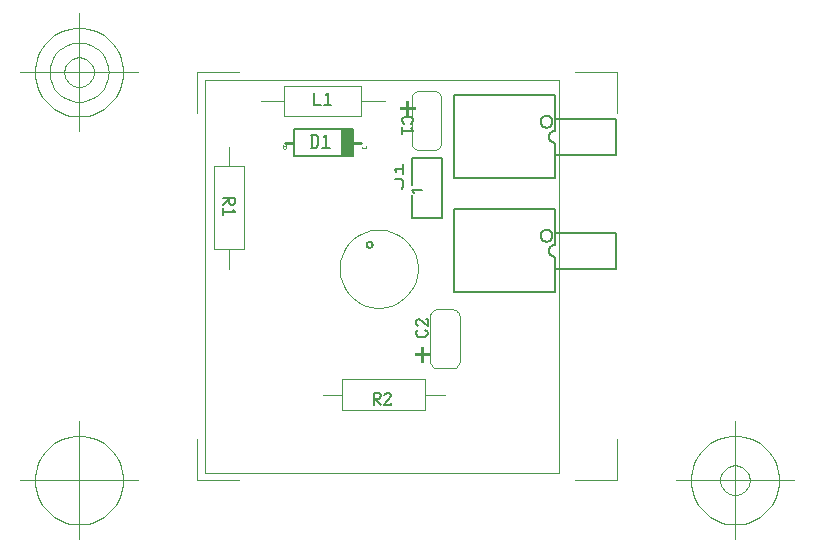
<source format=gbr>
G04 Generated by Ultiboard 10.0 *
%FSLAX25Y25*%
%MOIN*%

%ADD23C,0.00004*%
%ADD44C,0.00612*%
%ADD45C,0.00800*%
%ADD46C,0.00591*%
%ADD22C,0.00394*%
%ADD47C,0.00219*%
%ADD27C,0.01000*%


G04 ColorRGB FFFF00 for the following layer *
%LNSiebdruckoberseite*%
%LPD*%
%FSLAX25Y25*%
%MOIN*%
G54D23*
G36*
X67065Y119001D02*
X67065Y121076D01*
X65006Y121076D01*
X65006Y121943D01*
X67065Y121943D01*
X67065Y124002D01*
X67943Y124002D01*
X67943Y121943D01*
X70002Y121943D01*
X70002Y121076D01*
X67943Y121076D01*
X67943Y119001D01*
X67065Y119001D01*
G37*
X67065Y119001D02*
X67065Y121076D01*
X67065Y121076D02*
X65006Y121076D01*
X65006Y121076D02*
X65006Y121943D01*
X65006Y121943D02*
X67065Y121943D01*
X67065Y121943D02*
X67065Y124002D01*
X67065Y124002D02*
X67943Y124002D01*
X67943Y124002D02*
X67943Y121943D01*
X67943Y121943D02*
X70002Y121943D01*
X70002Y121943D02*
X70002Y121076D01*
X70002Y121076D02*
X67943Y121076D01*
X67943Y121076D02*
X67943Y119001D01*
X67943Y119001D02*
X67065Y119001D01*
G36*
X72935Y41999D02*
X72935Y39924D01*
X74994Y39924D01*
X74994Y39057D01*
X72935Y39057D01*
X72935Y36998D01*
X72057Y36998D01*
X72057Y39057D01*
X69998Y39057D01*
X69998Y39924D01*
X72057Y39924D01*
X72057Y41999D01*
X72935Y41999D01*
G37*
X72935Y41999D02*
X72935Y39924D01*
X72935Y39924D02*
X74994Y39924D01*
X74994Y39924D02*
X74994Y39057D01*
X74994Y39057D02*
X72935Y39057D01*
X72935Y39057D02*
X72935Y36998D01*
X72935Y36998D02*
X72057Y36998D01*
X72057Y36998D02*
X72057Y39057D01*
X72057Y39057D02*
X69998Y39057D01*
X69998Y39057D02*
X69998Y39924D01*
X69998Y39924D02*
X72057Y39924D01*
X72057Y39924D02*
X72057Y41999D01*
X72057Y41999D02*
X72935Y41999D01*
X70972Y68851D02*
X70750Y70538D01*
X70750Y70538D02*
X70310Y72182D01*
X70310Y72182D02*
X69658Y73754D01*
X69658Y73754D02*
X68807Y75228D01*
X68807Y75228D02*
X67772Y76578D01*
X67772Y76578D02*
X66568Y77781D01*
X66568Y77781D02*
X65218Y78817D01*
X65218Y78817D02*
X63744Y79668D01*
X63744Y79668D02*
X62172Y80319D01*
X62172Y80319D02*
X60528Y80760D01*
X60528Y80760D02*
X58841Y80982D01*
X58841Y80982D02*
X57140Y80982D01*
X57140Y80982D02*
X55452Y80760D01*
X55452Y80760D02*
X53809Y80319D01*
X53809Y80319D02*
X52236Y79668D01*
X52236Y79668D02*
X50763Y78817D01*
X50763Y78817D02*
X49413Y77781D01*
X49413Y77781D02*
X48209Y76578D01*
X48209Y76578D02*
X47173Y75228D01*
X47173Y75228D02*
X46322Y73754D01*
X46322Y73754D02*
X45671Y72182D01*
X45671Y72182D02*
X45231Y70538D01*
X45231Y70538D02*
X45009Y68851D01*
X45009Y68851D02*
X45009Y67149D01*
X45009Y67149D02*
X45231Y65462D01*
X45231Y65462D02*
X45671Y63818D01*
X45671Y63818D02*
X46322Y62246D01*
X46322Y62246D02*
X47173Y60772D01*
X47173Y60772D02*
X48209Y59422D01*
X48209Y59422D02*
X49413Y58219D01*
X49413Y58219D02*
X50763Y57183D01*
X50763Y57183D02*
X52236Y56332D01*
X52236Y56332D02*
X53809Y55681D01*
X53809Y55681D02*
X55452Y55240D01*
X55452Y55240D02*
X57140Y55018D01*
X57140Y55018D02*
X58841Y55018D01*
X58841Y55018D02*
X60528Y55240D01*
X60528Y55240D02*
X62172Y55681D01*
X62172Y55681D02*
X63744Y56332D01*
X63744Y56332D02*
X65218Y57183D01*
X65218Y57183D02*
X66568Y58219D01*
X66568Y58219D02*
X67772Y59422D01*
X67772Y59422D02*
X68807Y60772D01*
X68807Y60772D02*
X69658Y62246D01*
X69658Y62246D02*
X70310Y63818D01*
X70310Y63818D02*
X70750Y65462D01*
X70750Y65462D02*
X70972Y67149D01*
X70972Y67149D02*
X70972Y68851D01*
X0Y0D02*
X118000Y0D01*
X118000Y0D02*
X118000Y131000D01*
X118000Y131000D02*
X0Y131000D01*
X0Y131000D02*
X0Y0D01*
G54D44*
X66457Y116311D02*
X65669Y117095D01*
X65669Y117095D02*
X65669Y117879D01*
X65669Y117879D02*
X66457Y118663D01*
X66457Y118663D02*
X68819Y118663D01*
X68819Y118663D02*
X69606Y117879D01*
X69606Y117879D02*
X69606Y117095D01*
X69606Y117095D02*
X68819Y116311D01*
X68819Y114744D02*
X69606Y113960D01*
X69606Y113960D02*
X65669Y113960D01*
X65669Y115136D02*
X65669Y112784D01*
X73543Y47689D02*
X74331Y46905D01*
X74331Y46905D02*
X74331Y46121D01*
X74331Y46121D02*
X73543Y45337D01*
X73543Y45337D02*
X71181Y45337D01*
X71181Y45337D02*
X70394Y46121D01*
X70394Y46121D02*
X70394Y46905D01*
X70394Y46905D02*
X71181Y47689D01*
X71181Y48864D02*
X70394Y49648D01*
X70394Y49648D02*
X70394Y50432D01*
X70394Y50432D02*
X71181Y51216D01*
X71181Y51216D02*
X71575Y51216D01*
X71575Y51216D02*
X74331Y48864D01*
X74331Y48864D02*
X74331Y51216D01*
X74331Y51216D02*
X73937Y51216D01*
G54D45*
X36392Y126606D02*
X36392Y122669D01*
X36392Y122669D02*
X38744Y122669D01*
X40311Y125819D02*
X41095Y126606D01*
X41095Y126606D02*
X41095Y122669D01*
X39920Y122669D02*
X42271Y122669D01*
X56392Y22669D02*
X56392Y26606D01*
X56392Y26606D02*
X57960Y26606D01*
X57960Y26606D02*
X58744Y25819D01*
X58744Y25819D02*
X58744Y25425D01*
X58744Y25425D02*
X57960Y24638D01*
X57960Y24638D02*
X56392Y24638D01*
X56784Y24638D02*
X58744Y22669D01*
X59920Y25819D02*
X60703Y26606D01*
X60703Y26606D02*
X61487Y26606D01*
X61487Y26606D02*
X62271Y25819D01*
X62271Y25819D02*
X62271Y25425D01*
X62271Y25425D02*
X59920Y22669D01*
X59920Y22669D02*
X62271Y22669D01*
X62271Y22669D02*
X62271Y23063D01*
X65679Y94556D02*
X66274Y95667D01*
X66274Y95667D02*
X66274Y96778D01*
X66274Y96778D02*
X65679Y97889D01*
X65679Y97889D02*
X63298Y97889D01*
X63893Y100111D02*
X63298Y101222D01*
X63298Y101222D02*
X66274Y101222D01*
X66274Y99556D02*
X66274Y102889D01*
X6181Y91608D02*
X10118Y91608D01*
X10118Y91608D02*
X10118Y90040D01*
X10118Y90040D02*
X9331Y89256D01*
X9331Y89256D02*
X8937Y89256D01*
X8937Y89256D02*
X8150Y90040D01*
X8150Y90040D02*
X8150Y91608D01*
X8150Y91216D02*
X6181Y89256D01*
X9331Y87689D02*
X10118Y86905D01*
X10118Y86905D02*
X6181Y86905D01*
X6181Y88080D02*
X6181Y85729D01*
X117000Y106000D02*
X137000Y106000D01*
X137000Y118000D02*
X117000Y118000D01*
X83268Y125780D02*
X83268Y98220D01*
X116732Y113969D02*
X116732Y125780D01*
X116732Y125780D02*
X83268Y125780D01*
X83268Y98220D02*
X116732Y98220D01*
X116732Y98220D02*
X116732Y110031D01*
X116732Y113969D02*
X116595Y113964D01*
X116595Y113964D02*
X116458Y113949D01*
X116458Y113949D02*
X116323Y113925D01*
X116323Y113925D02*
X116190Y113892D01*
X116190Y113892D02*
X116059Y113850D01*
X116059Y113850D02*
X115932Y113798D01*
X115932Y113798D02*
X115808Y113738D01*
X115808Y113738D02*
X115689Y113669D01*
X115689Y113669D02*
X115575Y113593D01*
X115575Y113593D02*
X115467Y113508D01*
X115467Y113508D02*
X115365Y113416D01*
X115365Y113416D02*
X115269Y113317D01*
X115269Y113317D02*
X115181Y113212D01*
X115181Y113212D02*
X115100Y113101D01*
X115100Y113101D02*
X115028Y112984D01*
X115028Y112984D02*
X114963Y112863D01*
X114963Y112863D02*
X114907Y112737D01*
X114907Y112737D02*
X114860Y112608D01*
X114860Y112608D02*
X114822Y112476D01*
X114822Y112476D02*
X114794Y112342D01*
X114794Y112342D02*
X114775Y112206D01*
X114775Y112206D02*
X114765Y112069D01*
X114765Y112069D02*
X114765Y111931D01*
X114765Y111931D02*
X114775Y111794D01*
X114775Y111794D02*
X114794Y111658D01*
X114794Y111658D02*
X114822Y111524D01*
X114822Y111524D02*
X114860Y111392D01*
X114860Y111392D02*
X114907Y111263D01*
X114907Y111263D02*
X114963Y111137D01*
X114963Y111137D02*
X115028Y111016D01*
X115028Y111016D02*
X115100Y110899D01*
X115100Y110899D02*
X115181Y110788D01*
X115181Y110788D02*
X115269Y110683D01*
X115269Y110683D02*
X115365Y110584D01*
X115365Y110584D02*
X115467Y110492D01*
X115467Y110492D02*
X115575Y110407D01*
X115575Y110407D02*
X115689Y110331D01*
X115689Y110331D02*
X115808Y110262D01*
X115808Y110262D02*
X115932Y110202D01*
X115932Y110202D02*
X116059Y110150D01*
X116059Y110150D02*
X116190Y110108D01*
X116190Y110108D02*
X116323Y110075D01*
X116323Y110075D02*
X116458Y110051D01*
X116458Y110051D02*
X116595Y110036D01*
X116595Y110036D02*
X116732Y110031D01*
X116732Y110031D02*
X116732Y110031D01*
X115933Y117129D02*
X115899Y117384D01*
X115899Y117384D02*
X115833Y117633D01*
X115833Y117633D02*
X115734Y117871D01*
X115734Y117871D02*
X115605Y118094D01*
X115605Y118094D02*
X115448Y118298D01*
X115448Y118298D02*
X115266Y118480D01*
X115266Y118480D02*
X115062Y118637D01*
X115062Y118637D02*
X114839Y118765D01*
X114839Y118765D02*
X114601Y118864D01*
X114601Y118864D02*
X114353Y118931D01*
X114353Y118931D02*
X114097Y118964D01*
X114097Y118964D02*
X113840Y118964D01*
X113840Y118964D02*
X113584Y118931D01*
X113584Y118931D02*
X113336Y118864D01*
X113336Y118864D02*
X113098Y118765D01*
X113098Y118765D02*
X112875Y118637D01*
X112875Y118637D02*
X112671Y118480D01*
X112671Y118480D02*
X112489Y118298D01*
X112489Y118298D02*
X112332Y118094D01*
X112332Y118094D02*
X112203Y117871D01*
X112203Y117871D02*
X112104Y117633D01*
X112104Y117633D02*
X112038Y117384D01*
X112038Y117384D02*
X112004Y117129D01*
X112004Y117129D02*
X112004Y116871D01*
X112004Y116871D02*
X112038Y116616D01*
X112038Y116616D02*
X112104Y116367D01*
X112104Y116367D02*
X112203Y116129D01*
X112203Y116129D02*
X112332Y115906D01*
X112332Y115906D02*
X112489Y115702D01*
X112489Y115702D02*
X112671Y115520D01*
X112671Y115520D02*
X112875Y115363D01*
X112875Y115363D02*
X113098Y115235D01*
X113098Y115235D02*
X113336Y115136D01*
X113336Y115136D02*
X113584Y115069D01*
X113584Y115069D02*
X113840Y115036D01*
X113840Y115036D02*
X114097Y115036D01*
X114097Y115036D02*
X114353Y115069D01*
X114353Y115069D02*
X114601Y115136D01*
X114601Y115136D02*
X114839Y115235D01*
X114839Y115235D02*
X115062Y115363D01*
X115062Y115363D02*
X115266Y115520D01*
X115266Y115520D02*
X115448Y115702D01*
X115448Y115702D02*
X115605Y115906D01*
X115605Y115906D02*
X115734Y116129D01*
X115734Y116129D02*
X115833Y116367D01*
X115833Y116367D02*
X115899Y116616D01*
X115899Y116616D02*
X115933Y116871D01*
X115933Y116871D02*
X115933Y117129D01*
X137000Y106000D02*
X137000Y118000D01*
X117000Y68000D02*
X137000Y68000D01*
X137000Y80000D02*
X117000Y80000D01*
X83268Y87780D02*
X83268Y60220D01*
X116732Y60220D02*
X116732Y72031D01*
X83268Y60220D02*
X116732Y60220D01*
X116732Y87780D02*
X83268Y87780D01*
X115933Y79129D02*
X115899Y79384D01*
X115899Y79384D02*
X115833Y79633D01*
X115833Y79633D02*
X115734Y79871D01*
X115734Y79871D02*
X115605Y80094D01*
X115605Y80094D02*
X115448Y80298D01*
X115448Y80298D02*
X115266Y80480D01*
X115266Y80480D02*
X115062Y80637D01*
X115062Y80637D02*
X114839Y80765D01*
X114839Y80765D02*
X114601Y80864D01*
X114601Y80864D02*
X114353Y80931D01*
X114353Y80931D02*
X114097Y80964D01*
X114097Y80964D02*
X113840Y80964D01*
X113840Y80964D02*
X113584Y80931D01*
X113584Y80931D02*
X113336Y80864D01*
X113336Y80864D02*
X113098Y80765D01*
X113098Y80765D02*
X112875Y80637D01*
X112875Y80637D02*
X112671Y80480D01*
X112671Y80480D02*
X112489Y80298D01*
X112489Y80298D02*
X112332Y80094D01*
X112332Y80094D02*
X112203Y79871D01*
X112203Y79871D02*
X112104Y79633D01*
X112104Y79633D02*
X112038Y79384D01*
X112038Y79384D02*
X112004Y79129D01*
X112004Y79129D02*
X112004Y78871D01*
X112004Y78871D02*
X112038Y78616D01*
X112038Y78616D02*
X112104Y78367D01*
X112104Y78367D02*
X112203Y78129D01*
X112203Y78129D02*
X112332Y77906D01*
X112332Y77906D02*
X112489Y77702D01*
X112489Y77702D02*
X112671Y77520D01*
X112671Y77520D02*
X112875Y77363D01*
X112875Y77363D02*
X113098Y77235D01*
X113098Y77235D02*
X113336Y77136D01*
X113336Y77136D02*
X113584Y77069D01*
X113584Y77069D02*
X113840Y77036D01*
X113840Y77036D02*
X114097Y77036D01*
X114097Y77036D02*
X114353Y77069D01*
X114353Y77069D02*
X114601Y77136D01*
X114601Y77136D02*
X114839Y77235D01*
X114839Y77235D02*
X115062Y77363D01*
X115062Y77363D02*
X115266Y77520D01*
X115266Y77520D02*
X115448Y77702D01*
X115448Y77702D02*
X115605Y77906D01*
X115605Y77906D02*
X115734Y78129D01*
X115734Y78129D02*
X115833Y78367D01*
X115833Y78367D02*
X115899Y78616D01*
X115899Y78616D02*
X115933Y78871D01*
X115933Y78871D02*
X115933Y79129D01*
X116732Y75969D02*
X116732Y87780D01*
X116732Y75969D02*
X116595Y75964D01*
X116595Y75964D02*
X116458Y75949D01*
X116458Y75949D02*
X116323Y75925D01*
X116323Y75925D02*
X116190Y75892D01*
X116190Y75892D02*
X116059Y75850D01*
X116059Y75850D02*
X115932Y75798D01*
X115932Y75798D02*
X115808Y75738D01*
X115808Y75738D02*
X115689Y75669D01*
X115689Y75669D02*
X115575Y75593D01*
X115575Y75593D02*
X115467Y75508D01*
X115467Y75508D02*
X115365Y75416D01*
X115365Y75416D02*
X115269Y75317D01*
X115269Y75317D02*
X115181Y75212D01*
X115181Y75212D02*
X115100Y75101D01*
X115100Y75101D02*
X115028Y74984D01*
X115028Y74984D02*
X114963Y74863D01*
X114963Y74863D02*
X114907Y74737D01*
X114907Y74737D02*
X114860Y74608D01*
X114860Y74608D02*
X114822Y74476D01*
X114822Y74476D02*
X114794Y74342D01*
X114794Y74342D02*
X114775Y74206D01*
X114775Y74206D02*
X114765Y74069D01*
X114765Y74069D02*
X114765Y73931D01*
X114765Y73931D02*
X114775Y73794D01*
X114775Y73794D02*
X114794Y73658D01*
X114794Y73658D02*
X114822Y73524D01*
X114822Y73524D02*
X114860Y73392D01*
X114860Y73392D02*
X114907Y73263D01*
X114907Y73263D02*
X114963Y73137D01*
X114963Y73137D02*
X115028Y73016D01*
X115028Y73016D02*
X115100Y72899D01*
X115100Y72899D02*
X115181Y72788D01*
X115181Y72788D02*
X115269Y72683D01*
X115269Y72683D02*
X115365Y72584D01*
X115365Y72584D02*
X115467Y72492D01*
X115467Y72492D02*
X115575Y72407D01*
X115575Y72407D02*
X115689Y72331D01*
X115689Y72331D02*
X115808Y72262D01*
X115808Y72262D02*
X115932Y72202D01*
X115932Y72202D02*
X116059Y72150D01*
X116059Y72150D02*
X116190Y72108D01*
X116190Y72108D02*
X116323Y72075D01*
X116323Y72075D02*
X116458Y72051D01*
X116458Y72051D02*
X116595Y72036D01*
X116595Y72036D02*
X116732Y72031D01*
X116732Y72031D02*
X116732Y72031D01*
X137000Y68000D02*
X137000Y80000D01*
X55998Y76064D02*
X55981Y76192D01*
X55981Y76192D02*
X55948Y76316D01*
X55948Y76316D02*
X55898Y76435D01*
X55898Y76435D02*
X55834Y76547D01*
X55834Y76547D02*
X55756Y76649D01*
X55756Y76649D02*
X55665Y76740D01*
X55665Y76740D02*
X55563Y76818D01*
X55563Y76818D02*
X55451Y76883D01*
X55451Y76883D02*
X55332Y76932D01*
X55332Y76932D02*
X55208Y76965D01*
X55208Y76965D02*
X55080Y76982D01*
X55080Y76982D02*
X54951Y76982D01*
X54951Y76982D02*
X54824Y76965D01*
X54824Y76965D02*
X54699Y76932D01*
X54699Y76932D02*
X54580Y76883D01*
X54580Y76883D02*
X54469Y76818D01*
X54469Y76818D02*
X54367Y76740D01*
X54367Y76740D02*
X54276Y76649D01*
X54276Y76649D02*
X54197Y76547D01*
X54197Y76547D02*
X54133Y76435D01*
X54133Y76435D02*
X54084Y76316D01*
X54084Y76316D02*
X54050Y76192D01*
X54050Y76192D02*
X54034Y76064D01*
X54034Y76064D02*
X54034Y75936D01*
X54034Y75936D02*
X54050Y75808D01*
X54050Y75808D02*
X54084Y75684D01*
X54084Y75684D02*
X54133Y75565D01*
X54133Y75565D02*
X54197Y75453D01*
X54197Y75453D02*
X54276Y75351D01*
X54276Y75351D02*
X54367Y75260D01*
X54367Y75260D02*
X54469Y75182D01*
X54469Y75182D02*
X54580Y75117D01*
X54580Y75117D02*
X54699Y75068D01*
X54699Y75068D02*
X54824Y75035D01*
X54824Y75035D02*
X54951Y75018D01*
X54951Y75018D02*
X55080Y75018D01*
X55080Y75018D02*
X55208Y75035D01*
X55208Y75035D02*
X55332Y75068D01*
X55332Y75068D02*
X55451Y75117D01*
X55451Y75117D02*
X55563Y75182D01*
X55563Y75182D02*
X55665Y75260D01*
X55665Y75260D02*
X55756Y75351D01*
X55756Y75351D02*
X55834Y75453D01*
X55834Y75453D02*
X55898Y75565D01*
X55898Y75565D02*
X55948Y75684D01*
X55948Y75684D02*
X55981Y75808D01*
X55981Y75808D02*
X55998Y75936D01*
X55998Y75936D02*
X55998Y76064D01*
X49323Y114528D02*
X29638Y114528D01*
X29638Y105472D02*
X49323Y105472D01*
X29638Y114528D02*
X29638Y105472D01*
X49323Y105472D02*
X49323Y114528D01*
X79000Y105000D02*
X79000Y85000D01*
X69000Y94167D02*
X72333Y94167D01*
X69833Y93333D02*
X69000Y94167D01*
X69000Y85000D02*
X79000Y85000D01*
X69000Y92500D02*
X69000Y85000D01*
X69000Y105000D02*
X79000Y105000D01*
X69000Y105000D02*
X69000Y95833D01*
G54D46*
X35420Y108360D02*
X37100Y108360D01*
X37100Y108360D02*
X37940Y109204D01*
X37940Y109204D02*
X37940Y111735D01*
X37940Y111735D02*
X37100Y112578D01*
X37100Y112578D02*
X35420Y112578D01*
X35840Y112578D02*
X35840Y108360D01*
X39619Y111735D02*
X40459Y112578D01*
X40459Y112578D02*
X40459Y108360D01*
X39199Y108360D02*
X41719Y108360D01*
G54D22*
X76362Y107561D02*
X76752Y107592D01*
X76752Y107592D02*
X77132Y107683D01*
X77132Y107683D02*
X77493Y107832D01*
X77493Y107832D02*
X77826Y108036D01*
X77826Y108036D02*
X78123Y108290D01*
X78123Y108290D02*
X78377Y108587D01*
X78377Y108587D02*
X78581Y108920D01*
X78581Y108920D02*
X78730Y109281D01*
X78730Y109281D02*
X78822Y109661D01*
X78822Y109661D02*
X78852Y110051D01*
X78852Y110051D02*
X78852Y124756D01*
X78852Y124756D02*
X78822Y125145D01*
X78822Y125145D02*
X78730Y125525D01*
X78730Y125525D02*
X78581Y125886D01*
X78581Y125886D02*
X78377Y126219D01*
X78377Y126219D02*
X78123Y126517D01*
X78123Y126517D02*
X77826Y126770D01*
X77826Y126770D02*
X77493Y126974D01*
X77493Y126974D02*
X77132Y127124D01*
X77132Y127124D02*
X76752Y127215D01*
X76752Y127215D02*
X76362Y127246D01*
X76362Y127246D02*
X71500Y127246D01*
X71500Y127246D02*
X71110Y127215D01*
X71110Y127215D02*
X70730Y127124D01*
X70730Y127124D02*
X70369Y126974D01*
X70369Y126974D02*
X70036Y126770D01*
X70036Y126770D02*
X69739Y126517D01*
X69739Y126517D02*
X69485Y126219D01*
X69485Y126219D02*
X69281Y125886D01*
X69281Y125886D02*
X69132Y125525D01*
X69132Y125525D02*
X69040Y125145D01*
X69040Y125145D02*
X69010Y124756D01*
X69010Y124756D02*
X69010Y110051D01*
X69010Y110051D02*
X69040Y109661D01*
X69040Y109661D02*
X69132Y109281D01*
X69132Y109281D02*
X69281Y108920D01*
X69281Y108920D02*
X69485Y108587D01*
X69485Y108587D02*
X69739Y108290D01*
X69739Y108290D02*
X70036Y108036D01*
X70036Y108036D02*
X70369Y107832D01*
X70369Y107832D02*
X70730Y107683D01*
X70730Y107683D02*
X71110Y107592D01*
X71110Y107592D02*
X71500Y107561D01*
X71500Y107561D02*
X76362Y107561D01*
X52189Y118921D02*
X52189Y128961D01*
X52189Y128961D02*
X26598Y128961D01*
X26598Y128961D02*
X26598Y118921D01*
X26598Y118921D02*
X52189Y118921D01*
X26598Y124000D02*
X18724Y124000D01*
X60063Y124000D02*
X52189Y124000D01*
X45811Y31079D02*
X45811Y21039D01*
X45811Y21039D02*
X73370Y21039D01*
X73370Y21039D02*
X73370Y31079D01*
X73370Y31079D02*
X45811Y31079D01*
X39512Y26000D02*
X45811Y26000D01*
X73370Y26000D02*
X80063Y26000D01*
G36*
X45586Y105728D02*
X45586Y114551D01*
X49130Y114551D01*
X49130Y105728D01*
X45586Y105728D01*
G37*
G36*
X45783Y105531D02*
X45783Y114748D01*
X48933Y114748D01*
X48933Y105531D01*
X45783Y105531D01*
G37*
X13079Y102189D02*
X3039Y102189D01*
X3039Y102189D02*
X3039Y74630D01*
X3039Y74630D02*
X13079Y74630D01*
X13079Y74630D02*
X13079Y102189D01*
X8000Y74630D02*
X8000Y67937D01*
X8000Y108488D02*
X8000Y102189D01*
X82500Y34754D02*
X82890Y34785D01*
X82890Y34785D02*
X83270Y34876D01*
X83270Y34876D02*
X83631Y35026D01*
X83631Y35026D02*
X83964Y35230D01*
X83964Y35230D02*
X84261Y35483D01*
X84261Y35483D02*
X84515Y35781D01*
X84515Y35781D02*
X84719Y36114D01*
X84719Y36114D02*
X84868Y36475D01*
X84868Y36475D02*
X84960Y36855D01*
X84960Y36855D02*
X84990Y37244D01*
X84990Y37244D02*
X84990Y51949D01*
X84990Y51949D02*
X84960Y52339D01*
X84960Y52339D02*
X84868Y52719D01*
X84868Y52719D02*
X84719Y53080D01*
X84719Y53080D02*
X84515Y53413D01*
X84515Y53413D02*
X84261Y53710D01*
X84261Y53710D02*
X83964Y53964D01*
X83964Y53964D02*
X83631Y54168D01*
X83631Y54168D02*
X83270Y54317D01*
X83270Y54317D02*
X82890Y54408D01*
X82890Y54408D02*
X82500Y54439D01*
X82500Y54439D02*
X77638Y54439D01*
X77638Y54439D02*
X77248Y54408D01*
X77248Y54408D02*
X76868Y54317D01*
X76868Y54317D02*
X76507Y54168D01*
X76507Y54168D02*
X76174Y53964D01*
X76174Y53964D02*
X75877Y53710D01*
X75877Y53710D02*
X75623Y53413D01*
X75623Y53413D02*
X75419Y53080D01*
X75419Y53080D02*
X75270Y52719D01*
X75270Y52719D02*
X75178Y52339D01*
X75178Y52339D02*
X75148Y51949D01*
X75148Y51949D02*
X75148Y37244D01*
X75148Y37244D02*
X75178Y36855D01*
X75178Y36855D02*
X75270Y36475D01*
X75270Y36475D02*
X75419Y36114D01*
X75419Y36114D02*
X75623Y35781D01*
X75623Y35781D02*
X75877Y35483D01*
X75877Y35483D02*
X76174Y35230D01*
X76174Y35230D02*
X76507Y35026D01*
X76507Y35026D02*
X76868Y34876D01*
X76868Y34876D02*
X77248Y34785D01*
X77248Y34785D02*
X77638Y34754D01*
X77638Y34754D02*
X82500Y34754D01*
X-2500Y-2500D02*
X-2500Y11100D01*
X-2500Y-2500D02*
X11490Y-2500D01*
X137400Y-2500D02*
X123410Y-2500D01*
X137400Y-2500D02*
X137400Y11100D01*
X137400Y133500D02*
X137400Y119900D01*
X137400Y133500D02*
X123410Y133500D01*
X-2500Y133500D02*
X11490Y133500D01*
X-2500Y133500D02*
X-2500Y119900D01*
X-22185Y-2500D02*
X-61555Y-2500D01*
X-41870Y-22185D02*
X-41870Y17185D01*
X-27106Y-2500D02*
X-27177Y-1053D01*
X-27177Y-1053D02*
X-27390Y380D01*
X-27390Y380D02*
X-27742Y1786D01*
X-27742Y1786D02*
X-28230Y3150D01*
X-28230Y3150D02*
X-28850Y4460D01*
X-28850Y4460D02*
X-29594Y5702D01*
X-29594Y5702D02*
X-30458Y6866D01*
X-30458Y6866D02*
X-31431Y7940D01*
X-31431Y7940D02*
X-32504Y8913D01*
X-32504Y8913D02*
X-33668Y9776D01*
X-33668Y9776D02*
X-34910Y10520D01*
X-34910Y10520D02*
X-36220Y11140D01*
X-36220Y11140D02*
X-37584Y11628D01*
X-37584Y11628D02*
X-38990Y11980D01*
X-38990Y11980D02*
X-40423Y12193D01*
X-40423Y12193D02*
X-41870Y12264D01*
X-41870Y12264D02*
X-43317Y12193D01*
X-43317Y12193D02*
X-44750Y11980D01*
X-44750Y11980D02*
X-46156Y11628D01*
X-46156Y11628D02*
X-47520Y11140D01*
X-47520Y11140D02*
X-48830Y10520D01*
X-48830Y10520D02*
X-50072Y9776D01*
X-50072Y9776D02*
X-51236Y8913D01*
X-51236Y8913D02*
X-52310Y7940D01*
X-52310Y7940D02*
X-53283Y6866D01*
X-53283Y6866D02*
X-54146Y5702D01*
X-54146Y5702D02*
X-54891Y4460D01*
X-54891Y4460D02*
X-55510Y3150D01*
X-55510Y3150D02*
X-55998Y1786D01*
X-55998Y1786D02*
X-56350Y380D01*
X-56350Y380D02*
X-56563Y-1053D01*
X-56563Y-1053D02*
X-56634Y-2500D01*
X-56634Y-2500D02*
X-56563Y-3947D01*
X-56563Y-3947D02*
X-56350Y-5380D01*
X-56350Y-5380D02*
X-55998Y-6786D01*
X-55998Y-6786D02*
X-55510Y-8150D01*
X-55510Y-8150D02*
X-54891Y-9460D01*
X-54891Y-9460D02*
X-54146Y-10702D01*
X-54146Y-10702D02*
X-53283Y-11866D01*
X-53283Y-11866D02*
X-52310Y-12940D01*
X-52310Y-12940D02*
X-51236Y-13913D01*
X-51236Y-13913D02*
X-50072Y-14776D01*
X-50072Y-14776D02*
X-48830Y-15520D01*
X-48830Y-15520D02*
X-47520Y-16140D01*
X-47520Y-16140D02*
X-46156Y-16628D01*
X-46156Y-16628D02*
X-44750Y-16980D01*
X-44750Y-16980D02*
X-43317Y-17193D01*
X-43317Y-17193D02*
X-41870Y-17264D01*
X-41870Y-17264D02*
X-40423Y-17193D01*
X-40423Y-17193D02*
X-38990Y-16980D01*
X-38990Y-16980D02*
X-37584Y-16628D01*
X-37584Y-16628D02*
X-36220Y-16140D01*
X-36220Y-16140D02*
X-34910Y-15520D01*
X-34910Y-15520D02*
X-33668Y-14776D01*
X-33668Y-14776D02*
X-32504Y-13913D01*
X-32504Y-13913D02*
X-31431Y-12940D01*
X-31431Y-12940D02*
X-30458Y-11866D01*
X-30458Y-11866D02*
X-29594Y-10702D01*
X-29594Y-10702D02*
X-28850Y-9460D01*
X-28850Y-9460D02*
X-28230Y-8150D01*
X-28230Y-8150D02*
X-27742Y-6786D01*
X-27742Y-6786D02*
X-27390Y-5380D01*
X-27390Y-5380D02*
X-27177Y-3947D01*
X-27177Y-3947D02*
X-27106Y-2500D01*
X157085Y-2500D02*
X196455Y-2500D01*
X176770Y-22185D02*
X176770Y17185D01*
X191534Y-2500D02*
X191463Y-1053D01*
X191463Y-1053D02*
X191250Y380D01*
X191250Y380D02*
X190898Y1786D01*
X190898Y1786D02*
X190410Y3150D01*
X190410Y3150D02*
X189791Y4460D01*
X189791Y4460D02*
X189046Y5702D01*
X189046Y5702D02*
X188183Y6866D01*
X188183Y6866D02*
X187210Y7940D01*
X187210Y7940D02*
X186136Y8913D01*
X186136Y8913D02*
X184972Y9776D01*
X184972Y9776D02*
X183730Y10520D01*
X183730Y10520D02*
X182420Y11140D01*
X182420Y11140D02*
X181056Y11628D01*
X181056Y11628D02*
X179650Y11980D01*
X179650Y11980D02*
X178217Y12193D01*
X178217Y12193D02*
X176770Y12264D01*
X176770Y12264D02*
X175323Y12193D01*
X175323Y12193D02*
X173890Y11980D01*
X173890Y11980D02*
X172484Y11628D01*
X172484Y11628D02*
X171120Y11140D01*
X171120Y11140D02*
X169810Y10520D01*
X169810Y10520D02*
X168568Y9776D01*
X168568Y9776D02*
X167404Y8913D01*
X167404Y8913D02*
X166331Y7940D01*
X166331Y7940D02*
X165358Y6866D01*
X165358Y6866D02*
X164494Y5702D01*
X164494Y5702D02*
X163750Y4460D01*
X163750Y4460D02*
X163130Y3150D01*
X163130Y3150D02*
X162642Y1786D01*
X162642Y1786D02*
X162290Y380D01*
X162290Y380D02*
X162077Y-1053D01*
X162077Y-1053D02*
X162006Y-2500D01*
X162006Y-2500D02*
X162077Y-3947D01*
X162077Y-3947D02*
X162290Y-5380D01*
X162290Y-5380D02*
X162642Y-6786D01*
X162642Y-6786D02*
X163130Y-8150D01*
X163130Y-8150D02*
X163750Y-9460D01*
X163750Y-9460D02*
X164494Y-10702D01*
X164494Y-10702D02*
X165358Y-11866D01*
X165358Y-11866D02*
X166331Y-12940D01*
X166331Y-12940D02*
X167404Y-13913D01*
X167404Y-13913D02*
X168568Y-14776D01*
X168568Y-14776D02*
X169810Y-15520D01*
X169810Y-15520D02*
X171120Y-16140D01*
X171120Y-16140D02*
X172484Y-16628D01*
X172484Y-16628D02*
X173890Y-16980D01*
X173890Y-16980D02*
X175323Y-17193D01*
X175323Y-17193D02*
X176770Y-17264D01*
X176770Y-17264D02*
X178217Y-17193D01*
X178217Y-17193D02*
X179650Y-16980D01*
X179650Y-16980D02*
X181056Y-16628D01*
X181056Y-16628D02*
X182420Y-16140D01*
X182420Y-16140D02*
X183730Y-15520D01*
X183730Y-15520D02*
X184972Y-14776D01*
X184972Y-14776D02*
X186136Y-13913D01*
X186136Y-13913D02*
X187210Y-12940D01*
X187210Y-12940D02*
X188183Y-11866D01*
X188183Y-11866D02*
X189046Y-10702D01*
X189046Y-10702D02*
X189791Y-9460D01*
X189791Y-9460D02*
X190410Y-8150D01*
X190410Y-8150D02*
X190898Y-6786D01*
X190898Y-6786D02*
X191250Y-5380D01*
X191250Y-5380D02*
X191463Y-3947D01*
X191463Y-3947D02*
X191534Y-2500D01*
X181691Y-2500D02*
X181668Y-2018D01*
X181668Y-2018D02*
X181597Y-1540D01*
X181597Y-1540D02*
X181479Y-1071D01*
X181479Y-1071D02*
X181317Y-617D01*
X181317Y-617D02*
X181110Y-180D01*
X181110Y-180D02*
X180862Y234D01*
X180862Y234D02*
X180574Y622D01*
X180574Y622D02*
X180250Y980D01*
X180250Y980D02*
X179892Y1304D01*
X179892Y1304D02*
X179504Y1592D01*
X179504Y1592D02*
X179090Y1840D01*
X179090Y1840D02*
X178653Y2047D01*
X178653Y2047D02*
X178199Y2209D01*
X178199Y2209D02*
X177730Y2327D01*
X177730Y2327D02*
X177252Y2398D01*
X177252Y2398D02*
X176770Y2421D01*
X176770Y2421D02*
X176288Y2398D01*
X176288Y2398D02*
X175810Y2327D01*
X175810Y2327D02*
X175342Y2209D01*
X175342Y2209D02*
X174887Y2047D01*
X174887Y2047D02*
X174450Y1840D01*
X174450Y1840D02*
X174036Y1592D01*
X174036Y1592D02*
X173648Y1304D01*
X173648Y1304D02*
X173290Y980D01*
X173290Y980D02*
X172966Y622D01*
X172966Y622D02*
X172678Y234D01*
X172678Y234D02*
X172430Y-180D01*
X172430Y-180D02*
X172223Y-617D01*
X172223Y-617D02*
X172061Y-1071D01*
X172061Y-1071D02*
X171943Y-1540D01*
X171943Y-1540D02*
X171873Y-2018D01*
X171873Y-2018D02*
X171849Y-2500D01*
X171849Y-2500D02*
X171873Y-2982D01*
X171873Y-2982D02*
X171943Y-3460D01*
X171943Y-3460D02*
X172061Y-3929D01*
X172061Y-3929D02*
X172223Y-4383D01*
X172223Y-4383D02*
X172430Y-4820D01*
X172430Y-4820D02*
X172678Y-5234D01*
X172678Y-5234D02*
X172966Y-5622D01*
X172966Y-5622D02*
X173290Y-5980D01*
X173290Y-5980D02*
X173648Y-6304D01*
X173648Y-6304D02*
X174036Y-6592D01*
X174036Y-6592D02*
X174450Y-6840D01*
X174450Y-6840D02*
X174887Y-7047D01*
X174887Y-7047D02*
X175342Y-7209D01*
X175342Y-7209D02*
X175810Y-7327D01*
X175810Y-7327D02*
X176288Y-7398D01*
X176288Y-7398D02*
X176770Y-7421D01*
X176770Y-7421D02*
X177252Y-7398D01*
X177252Y-7398D02*
X177730Y-7327D01*
X177730Y-7327D02*
X178199Y-7209D01*
X178199Y-7209D02*
X178653Y-7047D01*
X178653Y-7047D02*
X179090Y-6840D01*
X179090Y-6840D02*
X179504Y-6592D01*
X179504Y-6592D02*
X179892Y-6304D01*
X179892Y-6304D02*
X180250Y-5980D01*
X180250Y-5980D02*
X180574Y-5622D01*
X180574Y-5622D02*
X180862Y-5234D01*
X180862Y-5234D02*
X181110Y-4820D01*
X181110Y-4820D02*
X181317Y-4383D01*
X181317Y-4383D02*
X181479Y-3929D01*
X181479Y-3929D02*
X181597Y-3460D01*
X181597Y-3460D02*
X181668Y-2982D01*
X181668Y-2982D02*
X181691Y-2500D01*
X-22185Y133500D02*
X-61555Y133500D01*
X-41870Y113815D02*
X-41870Y153185D01*
X-27106Y133500D02*
X-27177Y134947D01*
X-27177Y134947D02*
X-27390Y136380D01*
X-27390Y136380D02*
X-27742Y137786D01*
X-27742Y137786D02*
X-28230Y139150D01*
X-28230Y139150D02*
X-28850Y140460D01*
X-28850Y140460D02*
X-29594Y141702D01*
X-29594Y141702D02*
X-30458Y142866D01*
X-30458Y142866D02*
X-31431Y143940D01*
X-31431Y143940D02*
X-32504Y144913D01*
X-32504Y144913D02*
X-33668Y145776D01*
X-33668Y145776D02*
X-34910Y146520D01*
X-34910Y146520D02*
X-36220Y147140D01*
X-36220Y147140D02*
X-37584Y147628D01*
X-37584Y147628D02*
X-38990Y147980D01*
X-38990Y147980D02*
X-40423Y148193D01*
X-40423Y148193D02*
X-41870Y148264D01*
X-41870Y148264D02*
X-43317Y148193D01*
X-43317Y148193D02*
X-44750Y147980D01*
X-44750Y147980D02*
X-46156Y147628D01*
X-46156Y147628D02*
X-47520Y147140D01*
X-47520Y147140D02*
X-48830Y146520D01*
X-48830Y146520D02*
X-50072Y145776D01*
X-50072Y145776D02*
X-51236Y144913D01*
X-51236Y144913D02*
X-52310Y143940D01*
X-52310Y143940D02*
X-53283Y142866D01*
X-53283Y142866D02*
X-54146Y141702D01*
X-54146Y141702D02*
X-54891Y140460D01*
X-54891Y140460D02*
X-55510Y139150D01*
X-55510Y139150D02*
X-55998Y137786D01*
X-55998Y137786D02*
X-56350Y136380D01*
X-56350Y136380D02*
X-56563Y134947D01*
X-56563Y134947D02*
X-56634Y133500D01*
X-56634Y133500D02*
X-56563Y132053D01*
X-56563Y132053D02*
X-56350Y130620D01*
X-56350Y130620D02*
X-55998Y129214D01*
X-55998Y129214D02*
X-55510Y127850D01*
X-55510Y127850D02*
X-54891Y126540D01*
X-54891Y126540D02*
X-54146Y125298D01*
X-54146Y125298D02*
X-53283Y124134D01*
X-53283Y124134D02*
X-52310Y123060D01*
X-52310Y123060D02*
X-51236Y122087D01*
X-51236Y122087D02*
X-50072Y121224D01*
X-50072Y121224D02*
X-48830Y120480D01*
X-48830Y120480D02*
X-47520Y119860D01*
X-47520Y119860D02*
X-46156Y119372D01*
X-46156Y119372D02*
X-44750Y119020D01*
X-44750Y119020D02*
X-43317Y118807D01*
X-43317Y118807D02*
X-41870Y118736D01*
X-41870Y118736D02*
X-40423Y118807D01*
X-40423Y118807D02*
X-38990Y119020D01*
X-38990Y119020D02*
X-37584Y119372D01*
X-37584Y119372D02*
X-36220Y119860D01*
X-36220Y119860D02*
X-34910Y120480D01*
X-34910Y120480D02*
X-33668Y121224D01*
X-33668Y121224D02*
X-32504Y122087D01*
X-32504Y122087D02*
X-31431Y123060D01*
X-31431Y123060D02*
X-30458Y124134D01*
X-30458Y124134D02*
X-29594Y125298D01*
X-29594Y125298D02*
X-28850Y126540D01*
X-28850Y126540D02*
X-28230Y127850D01*
X-28230Y127850D02*
X-27742Y129214D01*
X-27742Y129214D02*
X-27390Y130620D01*
X-27390Y130620D02*
X-27177Y132053D01*
X-27177Y132053D02*
X-27106Y133500D01*
X-32028Y133500D02*
X-32075Y134465D01*
X-32075Y134465D02*
X-32217Y135420D01*
X-32217Y135420D02*
X-32451Y136357D01*
X-32451Y136357D02*
X-32777Y137267D01*
X-32777Y137267D02*
X-33190Y138140D01*
X-33190Y138140D02*
X-33686Y138968D01*
X-33686Y138968D02*
X-34262Y139744D01*
X-34262Y139744D02*
X-34910Y140460D01*
X-34910Y140460D02*
X-35626Y141108D01*
X-35626Y141108D02*
X-36402Y141684D01*
X-36402Y141684D02*
X-37230Y142180D01*
X-37230Y142180D02*
X-38104Y142593D01*
X-38104Y142593D02*
X-39013Y142919D01*
X-39013Y142919D02*
X-39950Y143153D01*
X-39950Y143153D02*
X-40905Y143295D01*
X-40905Y143295D02*
X-41870Y143343D01*
X-41870Y143343D02*
X-42835Y143295D01*
X-42835Y143295D02*
X-43790Y143153D01*
X-43790Y143153D02*
X-44727Y142919D01*
X-44727Y142919D02*
X-45637Y142593D01*
X-45637Y142593D02*
X-46510Y142180D01*
X-46510Y142180D02*
X-47338Y141684D01*
X-47338Y141684D02*
X-48114Y141108D01*
X-48114Y141108D02*
X-48830Y140460D01*
X-48830Y140460D02*
X-49478Y139744D01*
X-49478Y139744D02*
X-50054Y138968D01*
X-50054Y138968D02*
X-50550Y138140D01*
X-50550Y138140D02*
X-50963Y137267D01*
X-50963Y137267D02*
X-51289Y136357D01*
X-51289Y136357D02*
X-51523Y135420D01*
X-51523Y135420D02*
X-51665Y134465D01*
X-51665Y134465D02*
X-51713Y133500D01*
X-51713Y133500D02*
X-51665Y132535D01*
X-51665Y132535D02*
X-51523Y131580D01*
X-51523Y131580D02*
X-51289Y130643D01*
X-51289Y130643D02*
X-50963Y129733D01*
X-50963Y129733D02*
X-50550Y128860D01*
X-50550Y128860D02*
X-50054Y128032D01*
X-50054Y128032D02*
X-49478Y127256D01*
X-49478Y127256D02*
X-48830Y126540D01*
X-48830Y126540D02*
X-48114Y125892D01*
X-48114Y125892D02*
X-47338Y125316D01*
X-47338Y125316D02*
X-46510Y124820D01*
X-46510Y124820D02*
X-45637Y124407D01*
X-45637Y124407D02*
X-44727Y124081D01*
X-44727Y124081D02*
X-43790Y123847D01*
X-43790Y123847D02*
X-42835Y123705D01*
X-42835Y123705D02*
X-41870Y123657D01*
X-41870Y123657D02*
X-40905Y123705D01*
X-40905Y123705D02*
X-39950Y123847D01*
X-39950Y123847D02*
X-39013Y124081D01*
X-39013Y124081D02*
X-38104Y124407D01*
X-38104Y124407D02*
X-37230Y124820D01*
X-37230Y124820D02*
X-36402Y125316D01*
X-36402Y125316D02*
X-35626Y125892D01*
X-35626Y125892D02*
X-34910Y126540D01*
X-34910Y126540D02*
X-34262Y127256D01*
X-34262Y127256D02*
X-33686Y128032D01*
X-33686Y128032D02*
X-33190Y128860D01*
X-33190Y128860D02*
X-32777Y129733D01*
X-32777Y129733D02*
X-32451Y130643D01*
X-32451Y130643D02*
X-32217Y131580D01*
X-32217Y131580D02*
X-32075Y132535D01*
X-32075Y132535D02*
X-32028Y133500D01*
X-36949Y133500D02*
X-36973Y133982D01*
X-36973Y133982D02*
X-37043Y134460D01*
X-37043Y134460D02*
X-37161Y134929D01*
X-37161Y134929D02*
X-37323Y135383D01*
X-37323Y135383D02*
X-37530Y135820D01*
X-37530Y135820D02*
X-37778Y136234D01*
X-37778Y136234D02*
X-38066Y136622D01*
X-38066Y136622D02*
X-38390Y136980D01*
X-38390Y136980D02*
X-38748Y137304D01*
X-38748Y137304D02*
X-39136Y137592D01*
X-39136Y137592D02*
X-39550Y137840D01*
X-39550Y137840D02*
X-39987Y138047D01*
X-39987Y138047D02*
X-40442Y138209D01*
X-40442Y138209D02*
X-40910Y138327D01*
X-40910Y138327D02*
X-41388Y138398D01*
X-41388Y138398D02*
X-41870Y138421D01*
X-41870Y138421D02*
X-42352Y138398D01*
X-42352Y138398D02*
X-42830Y138327D01*
X-42830Y138327D02*
X-43299Y138209D01*
X-43299Y138209D02*
X-43753Y138047D01*
X-43753Y138047D02*
X-44190Y137840D01*
X-44190Y137840D02*
X-44604Y137592D01*
X-44604Y137592D02*
X-44992Y137304D01*
X-44992Y137304D02*
X-45350Y136980D01*
X-45350Y136980D02*
X-45674Y136622D01*
X-45674Y136622D02*
X-45962Y136234D01*
X-45962Y136234D02*
X-46210Y135820D01*
X-46210Y135820D02*
X-46417Y135383D01*
X-46417Y135383D02*
X-46579Y134929D01*
X-46579Y134929D02*
X-46697Y134460D01*
X-46697Y134460D02*
X-46768Y133982D01*
X-46768Y133982D02*
X-46791Y133500D01*
X-46791Y133500D02*
X-46768Y133018D01*
X-46768Y133018D02*
X-46697Y132540D01*
X-46697Y132540D02*
X-46579Y132071D01*
X-46579Y132071D02*
X-46417Y131617D01*
X-46417Y131617D02*
X-46210Y131180D01*
X-46210Y131180D02*
X-45962Y130766D01*
X-45962Y130766D02*
X-45674Y130378D01*
X-45674Y130378D02*
X-45350Y130020D01*
X-45350Y130020D02*
X-44992Y129696D01*
X-44992Y129696D02*
X-44604Y129408D01*
X-44604Y129408D02*
X-44190Y129160D01*
X-44190Y129160D02*
X-43753Y128953D01*
X-43753Y128953D02*
X-43299Y128791D01*
X-43299Y128791D02*
X-42830Y128673D01*
X-42830Y128673D02*
X-42352Y128602D01*
X-42352Y128602D02*
X-41870Y128579D01*
X-41870Y128579D02*
X-41388Y128602D01*
X-41388Y128602D02*
X-40910Y128673D01*
X-40910Y128673D02*
X-40442Y128791D01*
X-40442Y128791D02*
X-39987Y128953D01*
X-39987Y128953D02*
X-39550Y129160D01*
X-39550Y129160D02*
X-39136Y129408D01*
X-39136Y129408D02*
X-38748Y129696D01*
X-38748Y129696D02*
X-38390Y130020D01*
X-38390Y130020D02*
X-38066Y130378D01*
X-38066Y130378D02*
X-37778Y130766D01*
X-37778Y130766D02*
X-37530Y131180D01*
X-37530Y131180D02*
X-37323Y131617D01*
X-37323Y131617D02*
X-37161Y132071D01*
X-37161Y132071D02*
X-37043Y132540D01*
X-37043Y132540D02*
X-36973Y133018D01*
X-36973Y133018D02*
X-36949Y133500D01*
X-2500Y-2500D02*
X-2500Y11100D01*
X-2500Y-2500D02*
X11490Y-2500D01*
X137400Y-2500D02*
X123410Y-2500D01*
X137400Y-2500D02*
X137400Y11100D01*
X137400Y133500D02*
X137400Y119900D01*
X137400Y133500D02*
X123410Y133500D01*
X-2500Y133500D02*
X11490Y133500D01*
X-2500Y133500D02*
X-2500Y119900D01*
X-22185Y-2500D02*
X-61555Y-2500D01*
X-41870Y-22185D02*
X-41870Y17185D01*
X-27106Y-2500D02*
X-27177Y-1053D01*
X-27177Y-1053D02*
X-27390Y380D01*
X-27390Y380D02*
X-27742Y1786D01*
X-27742Y1786D02*
X-28230Y3150D01*
X-28230Y3150D02*
X-28850Y4460D01*
X-28850Y4460D02*
X-29594Y5702D01*
X-29594Y5702D02*
X-30458Y6866D01*
X-30458Y6866D02*
X-31431Y7940D01*
X-31431Y7940D02*
X-32504Y8913D01*
X-32504Y8913D02*
X-33668Y9776D01*
X-33668Y9776D02*
X-34910Y10520D01*
X-34910Y10520D02*
X-36220Y11140D01*
X-36220Y11140D02*
X-37584Y11628D01*
X-37584Y11628D02*
X-38990Y11980D01*
X-38990Y11980D02*
X-40423Y12193D01*
X-40423Y12193D02*
X-41870Y12264D01*
X-41870Y12264D02*
X-43317Y12193D01*
X-43317Y12193D02*
X-44750Y11980D01*
X-44750Y11980D02*
X-46156Y11628D01*
X-46156Y11628D02*
X-47520Y11140D01*
X-47520Y11140D02*
X-48830Y10520D01*
X-48830Y10520D02*
X-50072Y9776D01*
X-50072Y9776D02*
X-51236Y8913D01*
X-51236Y8913D02*
X-52310Y7940D01*
X-52310Y7940D02*
X-53283Y6866D01*
X-53283Y6866D02*
X-54146Y5702D01*
X-54146Y5702D02*
X-54891Y4460D01*
X-54891Y4460D02*
X-55510Y3150D01*
X-55510Y3150D02*
X-55998Y1786D01*
X-55998Y1786D02*
X-56350Y380D01*
X-56350Y380D02*
X-56563Y-1053D01*
X-56563Y-1053D02*
X-56634Y-2500D01*
X-56634Y-2500D02*
X-56563Y-3947D01*
X-56563Y-3947D02*
X-56350Y-5380D01*
X-56350Y-5380D02*
X-55998Y-6786D01*
X-55998Y-6786D02*
X-55510Y-8150D01*
X-55510Y-8150D02*
X-54891Y-9460D01*
X-54891Y-9460D02*
X-54146Y-10702D01*
X-54146Y-10702D02*
X-53283Y-11866D01*
X-53283Y-11866D02*
X-52310Y-12940D01*
X-52310Y-12940D02*
X-51236Y-13913D01*
X-51236Y-13913D02*
X-50072Y-14776D01*
X-50072Y-14776D02*
X-48830Y-15520D01*
X-48830Y-15520D02*
X-47520Y-16140D01*
X-47520Y-16140D02*
X-46156Y-16628D01*
X-46156Y-16628D02*
X-44750Y-16980D01*
X-44750Y-16980D02*
X-43317Y-17193D01*
X-43317Y-17193D02*
X-41870Y-17264D01*
X-41870Y-17264D02*
X-40423Y-17193D01*
X-40423Y-17193D02*
X-38990Y-16980D01*
X-38990Y-16980D02*
X-37584Y-16628D01*
X-37584Y-16628D02*
X-36220Y-16140D01*
X-36220Y-16140D02*
X-34910Y-15520D01*
X-34910Y-15520D02*
X-33668Y-14776D01*
X-33668Y-14776D02*
X-32504Y-13913D01*
X-32504Y-13913D02*
X-31431Y-12940D01*
X-31431Y-12940D02*
X-30458Y-11866D01*
X-30458Y-11866D02*
X-29594Y-10702D01*
X-29594Y-10702D02*
X-28850Y-9460D01*
X-28850Y-9460D02*
X-28230Y-8150D01*
X-28230Y-8150D02*
X-27742Y-6786D01*
X-27742Y-6786D02*
X-27390Y-5380D01*
X-27390Y-5380D02*
X-27177Y-3947D01*
X-27177Y-3947D02*
X-27106Y-2500D01*
X157085Y-2500D02*
X196455Y-2500D01*
X176770Y-22185D02*
X176770Y17185D01*
X191534Y-2500D02*
X191463Y-1053D01*
X191463Y-1053D02*
X191250Y380D01*
X191250Y380D02*
X190898Y1786D01*
X190898Y1786D02*
X190410Y3150D01*
X190410Y3150D02*
X189791Y4460D01*
X189791Y4460D02*
X189046Y5702D01*
X189046Y5702D02*
X188183Y6866D01*
X188183Y6866D02*
X187210Y7940D01*
X187210Y7940D02*
X186136Y8913D01*
X186136Y8913D02*
X184972Y9776D01*
X184972Y9776D02*
X183730Y10520D01*
X183730Y10520D02*
X182420Y11140D01*
X182420Y11140D02*
X181056Y11628D01*
X181056Y11628D02*
X179650Y11980D01*
X179650Y11980D02*
X178217Y12193D01*
X178217Y12193D02*
X176770Y12264D01*
X176770Y12264D02*
X175323Y12193D01*
X175323Y12193D02*
X173890Y11980D01*
X173890Y11980D02*
X172484Y11628D01*
X172484Y11628D02*
X171120Y11140D01*
X171120Y11140D02*
X169810Y10520D01*
X169810Y10520D02*
X168568Y9776D01*
X168568Y9776D02*
X167404Y8913D01*
X167404Y8913D02*
X166331Y7940D01*
X166331Y7940D02*
X165358Y6866D01*
X165358Y6866D02*
X164494Y5702D01*
X164494Y5702D02*
X163750Y4460D01*
X163750Y4460D02*
X163130Y3150D01*
X163130Y3150D02*
X162642Y1786D01*
X162642Y1786D02*
X162290Y380D01*
X162290Y380D02*
X162077Y-1053D01*
X162077Y-1053D02*
X162006Y-2500D01*
X162006Y-2500D02*
X162077Y-3947D01*
X162077Y-3947D02*
X162290Y-5380D01*
X162290Y-5380D02*
X162642Y-6786D01*
X162642Y-6786D02*
X163130Y-8150D01*
X163130Y-8150D02*
X163750Y-9460D01*
X163750Y-9460D02*
X164494Y-10702D01*
X164494Y-10702D02*
X165358Y-11866D01*
X165358Y-11866D02*
X166331Y-12940D01*
X166331Y-12940D02*
X167404Y-13913D01*
X167404Y-13913D02*
X168568Y-14776D01*
X168568Y-14776D02*
X169810Y-15520D01*
X169810Y-15520D02*
X171120Y-16140D01*
X171120Y-16140D02*
X172484Y-16628D01*
X172484Y-16628D02*
X173890Y-16980D01*
X173890Y-16980D02*
X175323Y-17193D01*
X175323Y-17193D02*
X176770Y-17264D01*
X176770Y-17264D02*
X178217Y-17193D01*
X178217Y-17193D02*
X179650Y-16980D01*
X179650Y-16980D02*
X181056Y-16628D01*
X181056Y-16628D02*
X182420Y-16140D01*
X182420Y-16140D02*
X183730Y-15520D01*
X183730Y-15520D02*
X184972Y-14776D01*
X184972Y-14776D02*
X186136Y-13913D01*
X186136Y-13913D02*
X187210Y-12940D01*
X187210Y-12940D02*
X188183Y-11866D01*
X188183Y-11866D02*
X189046Y-10702D01*
X189046Y-10702D02*
X189791Y-9460D01*
X189791Y-9460D02*
X190410Y-8150D01*
X190410Y-8150D02*
X190898Y-6786D01*
X190898Y-6786D02*
X191250Y-5380D01*
X191250Y-5380D02*
X191463Y-3947D01*
X191463Y-3947D02*
X191534Y-2500D01*
X181691Y-2500D02*
X181668Y-2018D01*
X181668Y-2018D02*
X181597Y-1540D01*
X181597Y-1540D02*
X181479Y-1071D01*
X181479Y-1071D02*
X181317Y-617D01*
X181317Y-617D02*
X181110Y-180D01*
X181110Y-180D02*
X180862Y234D01*
X180862Y234D02*
X180574Y622D01*
X180574Y622D02*
X180250Y980D01*
X180250Y980D02*
X179892Y1304D01*
X179892Y1304D02*
X179504Y1592D01*
X179504Y1592D02*
X179090Y1840D01*
X179090Y1840D02*
X178653Y2047D01*
X178653Y2047D02*
X178199Y2209D01*
X178199Y2209D02*
X177730Y2327D01*
X177730Y2327D02*
X177252Y2398D01*
X177252Y2398D02*
X176770Y2421D01*
X176770Y2421D02*
X176288Y2398D01*
X176288Y2398D02*
X175810Y2327D01*
X175810Y2327D02*
X175342Y2209D01*
X175342Y2209D02*
X174887Y2047D01*
X174887Y2047D02*
X174450Y1840D01*
X174450Y1840D02*
X174036Y1592D01*
X174036Y1592D02*
X173648Y1304D01*
X173648Y1304D02*
X173290Y980D01*
X173290Y980D02*
X172966Y622D01*
X172966Y622D02*
X172678Y234D01*
X172678Y234D02*
X172430Y-180D01*
X172430Y-180D02*
X172223Y-617D01*
X172223Y-617D02*
X172061Y-1071D01*
X172061Y-1071D02*
X171943Y-1540D01*
X171943Y-1540D02*
X171873Y-2018D01*
X171873Y-2018D02*
X171849Y-2500D01*
X171849Y-2500D02*
X171873Y-2982D01*
X171873Y-2982D02*
X171943Y-3460D01*
X171943Y-3460D02*
X172061Y-3929D01*
X172061Y-3929D02*
X172223Y-4383D01*
X172223Y-4383D02*
X172430Y-4820D01*
X172430Y-4820D02*
X172678Y-5234D01*
X172678Y-5234D02*
X172966Y-5622D01*
X172966Y-5622D02*
X173290Y-5980D01*
X173290Y-5980D02*
X173648Y-6304D01*
X173648Y-6304D02*
X174036Y-6592D01*
X174036Y-6592D02*
X174450Y-6840D01*
X174450Y-6840D02*
X174887Y-7047D01*
X174887Y-7047D02*
X175342Y-7209D01*
X175342Y-7209D02*
X175810Y-7327D01*
X175810Y-7327D02*
X176288Y-7398D01*
X176288Y-7398D02*
X176770Y-7421D01*
X176770Y-7421D02*
X177252Y-7398D01*
X177252Y-7398D02*
X177730Y-7327D01*
X177730Y-7327D02*
X178199Y-7209D01*
X178199Y-7209D02*
X178653Y-7047D01*
X178653Y-7047D02*
X179090Y-6840D01*
X179090Y-6840D02*
X179504Y-6592D01*
X179504Y-6592D02*
X179892Y-6304D01*
X179892Y-6304D02*
X180250Y-5980D01*
X180250Y-5980D02*
X180574Y-5622D01*
X180574Y-5622D02*
X180862Y-5234D01*
X180862Y-5234D02*
X181110Y-4820D01*
X181110Y-4820D02*
X181317Y-4383D01*
X181317Y-4383D02*
X181479Y-3929D01*
X181479Y-3929D02*
X181597Y-3460D01*
X181597Y-3460D02*
X181668Y-2982D01*
X181668Y-2982D02*
X181691Y-2500D01*
X-22185Y133500D02*
X-61555Y133500D01*
X-41870Y113815D02*
X-41870Y153185D01*
X-27106Y133500D02*
X-27177Y134947D01*
X-27177Y134947D02*
X-27390Y136380D01*
X-27390Y136380D02*
X-27742Y137786D01*
X-27742Y137786D02*
X-28230Y139150D01*
X-28230Y139150D02*
X-28850Y140460D01*
X-28850Y140460D02*
X-29594Y141702D01*
X-29594Y141702D02*
X-30458Y142866D01*
X-30458Y142866D02*
X-31431Y143940D01*
X-31431Y143940D02*
X-32504Y144913D01*
X-32504Y144913D02*
X-33668Y145776D01*
X-33668Y145776D02*
X-34910Y146520D01*
X-34910Y146520D02*
X-36220Y147140D01*
X-36220Y147140D02*
X-37584Y147628D01*
X-37584Y147628D02*
X-38990Y147980D01*
X-38990Y147980D02*
X-40423Y148193D01*
X-40423Y148193D02*
X-41870Y148264D01*
X-41870Y148264D02*
X-43317Y148193D01*
X-43317Y148193D02*
X-44750Y147980D01*
X-44750Y147980D02*
X-46156Y147628D01*
X-46156Y147628D02*
X-47520Y147140D01*
X-47520Y147140D02*
X-48830Y146520D01*
X-48830Y146520D02*
X-50072Y145776D01*
X-50072Y145776D02*
X-51236Y144913D01*
X-51236Y144913D02*
X-52310Y143940D01*
X-52310Y143940D02*
X-53283Y142866D01*
X-53283Y142866D02*
X-54146Y141702D01*
X-54146Y141702D02*
X-54891Y140460D01*
X-54891Y140460D02*
X-55510Y139150D01*
X-55510Y139150D02*
X-55998Y137786D01*
X-55998Y137786D02*
X-56350Y136380D01*
X-56350Y136380D02*
X-56563Y134947D01*
X-56563Y134947D02*
X-56634Y133500D01*
X-56634Y133500D02*
X-56563Y132053D01*
X-56563Y132053D02*
X-56350Y130620D01*
X-56350Y130620D02*
X-55998Y129214D01*
X-55998Y129214D02*
X-55510Y127850D01*
X-55510Y127850D02*
X-54891Y126540D01*
X-54891Y126540D02*
X-54146Y125298D01*
X-54146Y125298D02*
X-53283Y124134D01*
X-53283Y124134D02*
X-52310Y123060D01*
X-52310Y123060D02*
X-51236Y122087D01*
X-51236Y122087D02*
X-50072Y121224D01*
X-50072Y121224D02*
X-48830Y120480D01*
X-48830Y120480D02*
X-47520Y119860D01*
X-47520Y119860D02*
X-46156Y119372D01*
X-46156Y119372D02*
X-44750Y119020D01*
X-44750Y119020D02*
X-43317Y118807D01*
X-43317Y118807D02*
X-41870Y118736D01*
X-41870Y118736D02*
X-40423Y118807D01*
X-40423Y118807D02*
X-38990Y119020D01*
X-38990Y119020D02*
X-37584Y119372D01*
X-37584Y119372D02*
X-36220Y119860D01*
X-36220Y119860D02*
X-34910Y120480D01*
X-34910Y120480D02*
X-33668Y121224D01*
X-33668Y121224D02*
X-32504Y122087D01*
X-32504Y122087D02*
X-31431Y123060D01*
X-31431Y123060D02*
X-30458Y124134D01*
X-30458Y124134D02*
X-29594Y125298D01*
X-29594Y125298D02*
X-28850Y126540D01*
X-28850Y126540D02*
X-28230Y127850D01*
X-28230Y127850D02*
X-27742Y129214D01*
X-27742Y129214D02*
X-27390Y130620D01*
X-27390Y130620D02*
X-27177Y132053D01*
X-27177Y132053D02*
X-27106Y133500D01*
X-32028Y133500D02*
X-32075Y134465D01*
X-32075Y134465D02*
X-32217Y135420D01*
X-32217Y135420D02*
X-32451Y136357D01*
X-32451Y136357D02*
X-32777Y137267D01*
X-32777Y137267D02*
X-33190Y138140D01*
X-33190Y138140D02*
X-33686Y138968D01*
X-33686Y138968D02*
X-34262Y139744D01*
X-34262Y139744D02*
X-34910Y140460D01*
X-34910Y140460D02*
X-35626Y141108D01*
X-35626Y141108D02*
X-36402Y141684D01*
X-36402Y141684D02*
X-37230Y142180D01*
X-37230Y142180D02*
X-38104Y142593D01*
X-38104Y142593D02*
X-39013Y142919D01*
X-39013Y142919D02*
X-39950Y143153D01*
X-39950Y143153D02*
X-40905Y143295D01*
X-40905Y143295D02*
X-41870Y143343D01*
X-41870Y143343D02*
X-42835Y143295D01*
X-42835Y143295D02*
X-43790Y143153D01*
X-43790Y143153D02*
X-44727Y142919D01*
X-44727Y142919D02*
X-45637Y142593D01*
X-45637Y142593D02*
X-46510Y142180D01*
X-46510Y142180D02*
X-47338Y141684D01*
X-47338Y141684D02*
X-48114Y141108D01*
X-48114Y141108D02*
X-48830Y140460D01*
X-48830Y140460D02*
X-49478Y139744D01*
X-49478Y139744D02*
X-50054Y138968D01*
X-50054Y138968D02*
X-50550Y138140D01*
X-50550Y138140D02*
X-50963Y137267D01*
X-50963Y137267D02*
X-51289Y136357D01*
X-51289Y136357D02*
X-51523Y135420D01*
X-51523Y135420D02*
X-51665Y134465D01*
X-51665Y134465D02*
X-51713Y133500D01*
X-51713Y133500D02*
X-51665Y132535D01*
X-51665Y132535D02*
X-51523Y131580D01*
X-51523Y131580D02*
X-51289Y130643D01*
X-51289Y130643D02*
X-50963Y129733D01*
X-50963Y129733D02*
X-50550Y128860D01*
X-50550Y128860D02*
X-50054Y128032D01*
X-50054Y128032D02*
X-49478Y127256D01*
X-49478Y127256D02*
X-48830Y126540D01*
X-48830Y126540D02*
X-48114Y125892D01*
X-48114Y125892D02*
X-47338Y125316D01*
X-47338Y125316D02*
X-46510Y124820D01*
X-46510Y124820D02*
X-45637Y124407D01*
X-45637Y124407D02*
X-44727Y124081D01*
X-44727Y124081D02*
X-43790Y123847D01*
X-43790Y123847D02*
X-42835Y123705D01*
X-42835Y123705D02*
X-41870Y123657D01*
X-41870Y123657D02*
X-40905Y123705D01*
X-40905Y123705D02*
X-39950Y123847D01*
X-39950Y123847D02*
X-39013Y124081D01*
X-39013Y124081D02*
X-38104Y124407D01*
X-38104Y124407D02*
X-37230Y124820D01*
X-37230Y124820D02*
X-36402Y125316D01*
X-36402Y125316D02*
X-35626Y125892D01*
X-35626Y125892D02*
X-34910Y126540D01*
X-34910Y126540D02*
X-34262Y127256D01*
X-34262Y127256D02*
X-33686Y128032D01*
X-33686Y128032D02*
X-33190Y128860D01*
X-33190Y128860D02*
X-32777Y129733D01*
X-32777Y129733D02*
X-32451Y130643D01*
X-32451Y130643D02*
X-32217Y131580D01*
X-32217Y131580D02*
X-32075Y132535D01*
X-32075Y132535D02*
X-32028Y133500D01*
X-36949Y133500D02*
X-36973Y133982D01*
X-36973Y133982D02*
X-37043Y134460D01*
X-37043Y134460D02*
X-37161Y134929D01*
X-37161Y134929D02*
X-37323Y135383D01*
X-37323Y135383D02*
X-37530Y135820D01*
X-37530Y135820D02*
X-37778Y136234D01*
X-37778Y136234D02*
X-38066Y136622D01*
X-38066Y136622D02*
X-38390Y136980D01*
X-38390Y136980D02*
X-38748Y137304D01*
X-38748Y137304D02*
X-39136Y137592D01*
X-39136Y137592D02*
X-39550Y137840D01*
X-39550Y137840D02*
X-39987Y138047D01*
X-39987Y138047D02*
X-40442Y138209D01*
X-40442Y138209D02*
X-40910Y138327D01*
X-40910Y138327D02*
X-41388Y138398D01*
X-41388Y138398D02*
X-41870Y138421D01*
X-41870Y138421D02*
X-42352Y138398D01*
X-42352Y138398D02*
X-42830Y138327D01*
X-42830Y138327D02*
X-43299Y138209D01*
X-43299Y138209D02*
X-43753Y138047D01*
X-43753Y138047D02*
X-44190Y137840D01*
X-44190Y137840D02*
X-44604Y137592D01*
X-44604Y137592D02*
X-44992Y137304D01*
X-44992Y137304D02*
X-45350Y136980D01*
X-45350Y136980D02*
X-45674Y136622D01*
X-45674Y136622D02*
X-45962Y136234D01*
X-45962Y136234D02*
X-46210Y135820D01*
X-46210Y135820D02*
X-46417Y135383D01*
X-46417Y135383D02*
X-46579Y134929D01*
X-46579Y134929D02*
X-46697Y134460D01*
X-46697Y134460D02*
X-46768Y133982D01*
X-46768Y133982D02*
X-46791Y133500D01*
X-46791Y133500D02*
X-46768Y133018D01*
X-46768Y133018D02*
X-46697Y132540D01*
X-46697Y132540D02*
X-46579Y132071D01*
X-46579Y132071D02*
X-46417Y131617D01*
X-46417Y131617D02*
X-46210Y131180D01*
X-46210Y131180D02*
X-45962Y130766D01*
X-45962Y130766D02*
X-45674Y130378D01*
X-45674Y130378D02*
X-45350Y130020D01*
X-45350Y130020D02*
X-44992Y129696D01*
X-44992Y129696D02*
X-44604Y129408D01*
X-44604Y129408D02*
X-44190Y129160D01*
X-44190Y129160D02*
X-43753Y128953D01*
X-43753Y128953D02*
X-43299Y128791D01*
X-43299Y128791D02*
X-42830Y128673D01*
X-42830Y128673D02*
X-42352Y128602D01*
X-42352Y128602D02*
X-41870Y128579D01*
X-41870Y128579D02*
X-41388Y128602D01*
X-41388Y128602D02*
X-40910Y128673D01*
X-40910Y128673D02*
X-40442Y128791D01*
X-40442Y128791D02*
X-39987Y128953D01*
X-39987Y128953D02*
X-39550Y129160D01*
X-39550Y129160D02*
X-39136Y129408D01*
X-39136Y129408D02*
X-38748Y129696D01*
X-38748Y129696D02*
X-38390Y130020D01*
X-38390Y130020D02*
X-38066Y130378D01*
X-38066Y130378D02*
X-37778Y130766D01*
X-37778Y130766D02*
X-37530Y131180D01*
X-37530Y131180D02*
X-37323Y131617D01*
X-37323Y131617D02*
X-37161Y132071D01*
X-37161Y132071D02*
X-37043Y132540D01*
X-37043Y132540D02*
X-36973Y133018D01*
X-36973Y133018D02*
X-36949Y133500D01*
G54D47*
X53651Y108915D02*
X53933Y108635D01*
X53933Y108635D02*
X53933Y108355D01*
X53933Y108355D02*
X53651Y108075D01*
X53651Y108075D02*
X52808Y108075D01*
X52808Y108075D02*
X52526Y108355D01*
X52526Y108355D02*
X52526Y108635D01*
X52526Y108635D02*
X52808Y108915D01*
X27017Y109179D02*
X27017Y108335D01*
X27017Y108335D02*
X26737Y107772D01*
X26737Y107772D02*
X26457Y107772D01*
X26457Y107772D02*
X26177Y108335D01*
X26177Y108335D02*
X26177Y109179D01*
X27017Y108757D02*
X26177Y108757D01*
G54D27*
X26882Y110000D02*
X29441Y110000D01*
X49717Y110000D02*
X52079Y110000D01*
G54D22*
X45783Y114551D03*
X48933Y114551D03*
X45783Y105728D03*
X48933Y105728D03*

M00*

</source>
